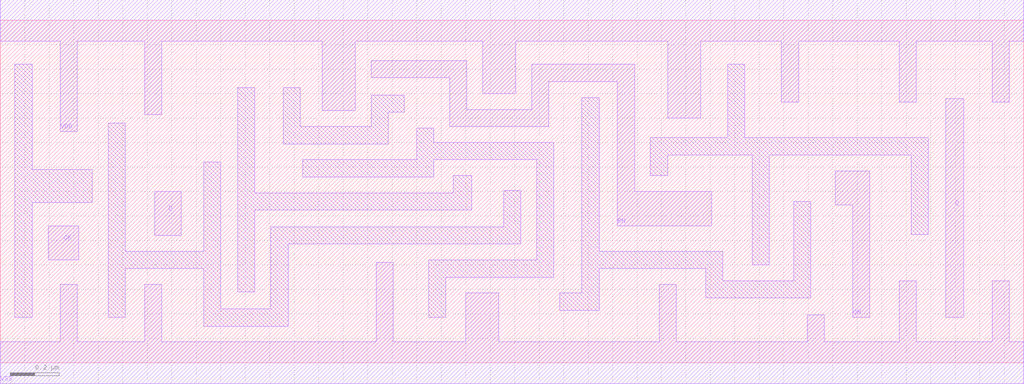
<source format=lef>
# 
# ******************************************************************************
# *                                                                            *
# *                   Copyright (C) 2004-2010, Nangate Inc.                    *
# *                           All rights reserved.                             *
# *                                                                            *
# * Nangate and the Nangate logo are trademarks of Nangate Inc.                *
# *                                                                            *
# * All trademarks, logos, software marks, and trade names (collectively the   *
# * "Marks") in this program are proprietary to Nangate or other respective    *
# * owners that have granted Nangate the right and license to use such Marks.  *
# * You are not permitted to use the Marks without the prior written consent   *
# * of Nangate or such third party that may own the Marks.                     *
# *                                                                            *
# * This file has been provided pursuant to a License Agreement containing     *
# * restrictions on its use. This file contains valuable trade secrets and     *
# * proprietary information of Nangate Inc., and is protected by U.S. and      *
# * international laws and/or treaties.                                        *
# *                                                                            *
# * The copyright notice(s) in this file does not indicate actual or intended  *
# * publication of this file.                                                  *
# *                                                                            *
# *     NGLibraryCreator, v2010.08-HR32-SP3-2010-08-05 - build 1009061800      *
# *                                                                            *
# ******************************************************************************
# 
# 
# Running on brazil06.nangate.com.br for user Giancarlo Franciscatto (gfr).
# Local time is now Fri, 3 Dec 2010, 19:32:18.
# Main process id is 27821.

VERSION 5.6 ;
BUSBITCHARS "[]" ;
DIVIDERCHAR "/" ;

MACRO DFFR_X2
  CLASS core ;
  FOREIGN DFFR_X2 0.0 0.0 ;
  ORIGIN 0 0 ;
  SYMMETRY X Y ;
  SITE FreePDK45_38x28_10R_NP_162NW_34O ;
  SIZE 4.18 BY 1.4 ;
  PIN D
    DIRECTION INPUT ;
    ANTENNAPARTIALMETALAREA 0.0198 LAYER metal1 ;
    ANTENNAPARTIALMETALSIDEAREA 0.0754 LAYER metal1 ;
    ANTENNAGATEAREA 0.03475 ;
    PORT
      LAYER metal1 ;
        POLYGON 0.63 0.52 0.74 0.52 0.74 0.7 0.63 0.7  ;
    END
  END D
  PIN RN
    DIRECTION INPUT ;
    ANTENNAPARTIALMETALAREA 0.1876 LAYER metal1 ;
    ANTENNAPARTIALMETALSIDEAREA 0.6331 LAYER metal1 ;
    ANTENNAGATEAREA 0.06125 ;
    PORT
      LAYER metal1 ;
        POLYGON 1.515 1.165 1.65 1.165 1.835 1.165 1.835 0.965 2.24 0.965 2.24 1.15 2.26 1.15 2.52 1.15 2.52 0.56 2.905 0.56 2.905 0.7 2.59 0.7 2.59 1.22 2.26 1.22 2.17 1.22 2.17 1.035 1.905 1.035 1.905 1.235 1.65 1.235 1.515 1.235  ;
    END
  END RN
  PIN CK
    DIRECTION INPUT ;
    ANTENNAPARTIALMETALAREA 0.0175 LAYER metal1 ;
    ANTENNAPARTIALMETALSIDEAREA 0.0689 LAYER metal1 ;
    ANTENNAGATEAREA 0.02625 ;
    PORT
      LAYER metal1 ;
        POLYGON 0.195 0.42 0.32 0.42 0.32 0.56 0.195 0.56  ;
    END
  END CK
  PIN Q
    DIRECTION OUTPUT ;
    ANTENNAPARTIALMETALAREA 0.067125 LAYER metal1 ;
    ANTENNAPARTIALMETALSIDEAREA 0.2522 LAYER metal1 ;
    ANTENNADIFFAREA 0.1463 ;
    PORT
      LAYER metal1 ;
        POLYGON 3.86 0.185 3.935 0.185 3.935 1.08 3.86 1.08  ;
    END
  END Q
  PIN QN
    DIRECTION OUTPUT ;
    ANTENNAPARTIALMETALAREA 0.0518 LAYER metal1 ;
    ANTENNAPARTIALMETALSIDEAREA 0.1924 LAYER metal1 ;
    ANTENNADIFFAREA 0.1904 ;
    PORT
      LAYER metal1 ;
        POLYGON 3.41 0.645 3.48 0.645 3.48 0.185 3.55 0.185 3.55 0.785 3.41 0.785  ;
    END
  END QN
  PIN VDD
    DIRECTION INOUT ;
    USE power ;
    SHAPE ABUTMENT ;
    PORT
      LAYER metal1 ;
        POLYGON 0 1.315 0.245 1.315 0.245 0.945 0.315 0.945 0.315 1.315 0.375 1.315 0.59 1.315 0.59 1.015 0.66 1.015 0.66 1.315 1.315 1.315 1.315 1.03 1.45 1.03 1.45 1.315 1.65 1.315 1.97 1.315 1.97 1.1 2.105 1.1 2.105 1.315 2.26 1.315 2.725 1.315 2.725 1 2.86 1 2.86 1.315 3.19 1.315 3.19 1.065 3.26 1.065 3.26 1.315 3.67 1.315 3.67 1.065 3.74 1.065 3.74 1.315 3.79 1.315 4.05 1.315 4.05 1.065 4.12 1.065 4.12 1.315 4.18 1.315 4.18 1.485 3.79 1.485 2.26 1.485 1.65 1.485 0.375 1.485 0 1.485  ;
    END
  END VDD
  PIN VSS
    DIRECTION INOUT ;
    USE ground ;
    SHAPE ABUTMENT ;
    PORT
      LAYER metal1 ;
        POLYGON 0 -0.085 4.18 -0.085 4.18 0.085 4.12 0.085 4.12 0.335 4.05 0.335 4.05 0.085 3.74 0.085 3.74 0.335 3.67 0.335 3.67 0.085 3.365 0.085 3.365 0.195 3.295 0.195 3.295 0.085 2.76 0.085 2.76 0.32 2.69 0.32 2.69 0.085 2.035 0.085 2.035 0.285 1.9 0.285 1.9 0.085 1.605 0.085 1.605 0.41 1.535 0.41 1.535 0.085 0.66 0.085 0.66 0.32 0.59 0.32 0.59 0.085 0.315 0.085 0.315 0.32 0.245 0.32 0.245 0.085 0 0.085  ;
    END
  END VSS
  OBS
      LAYER metal1 ;
        POLYGON 0.06 0.185 0.13 0.185 0.13 0.655 0.375 0.655 0.375 0.79 0.13 0.79 0.13 1.22 0.06 1.22  ;
        POLYGON 1.155 0.895 1.585 0.895 1.585 1.025 1.65 1.025 1.65 1.095 1.515 1.095 1.515 0.965 1.225 0.965 1.225 1.125 1.155 1.125  ;
        POLYGON 0.97 0.29 1.04 0.29 1.04 0.625 1.925 0.625 1.925 0.765 1.85 0.765 1.85 0.695 1.04 0.695 1.04 1.125 0.97 1.125  ;
        POLYGON 0.44 0.185 0.51 0.185 0.51 0.385 0.83 0.385 0.83 0.15 1.175 0.15 1.175 0.485 2.125 0.485 2.125 0.705 2.055 0.705 2.055 0.555 1.105 0.555 1.105 0.22 0.9 0.22 0.9 0.82 0.83 0.82 0.83 0.455 0.51 0.455 0.51 0.98 0.44 0.98  ;
        POLYGON 1.235 0.76 1.77 0.76 1.77 0.83 2.19 0.83 2.19 0.42 1.75 0.42 1.75 0.185 1.82 0.185 1.82 0.35 2.26 0.35 2.26 0.9 1.77 0.9 1.77 0.96 1.7 0.96 1.7 0.83 1.235 0.83  ;
        POLYGON 2.285 0.215 2.445 0.215 2.445 0.385 2.88 0.385 2.88 0.265 3.31 0.265 3.31 0.66 3.24 0.66 3.24 0.335 2.95 0.335 2.95 0.455 2.445 0.455 2.445 1.085 2.375 1.085 2.375 0.285 2.285 0.285  ;
        POLYGON 2.655 0.765 2.725 0.765 2.725 0.85 3.07 0.85 3.07 0.4 3.14 0.4 3.14 0.85 3.72 0.85 3.72 0.525 3.79 0.525 3.79 0.92 3.04 0.92 3.04 1.22 2.97 1.22 2.97 0.92 2.655 0.92  ;
  END
END DFFR_X2

END LIBRARY
#
# End of file
#

</source>
